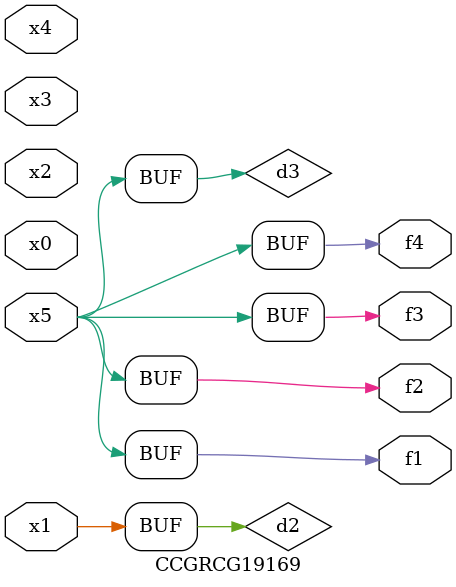
<source format=v>
module CCGRCG19169(
	input x0, x1, x2, x3, x4, x5,
	output f1, f2, f3, f4
);

	wire d1, d2, d3;

	not (d1, x5);
	or (d2, x1);
	xnor (d3, d1);
	assign f1 = d3;
	assign f2 = d3;
	assign f3 = d3;
	assign f4 = d3;
endmodule

</source>
